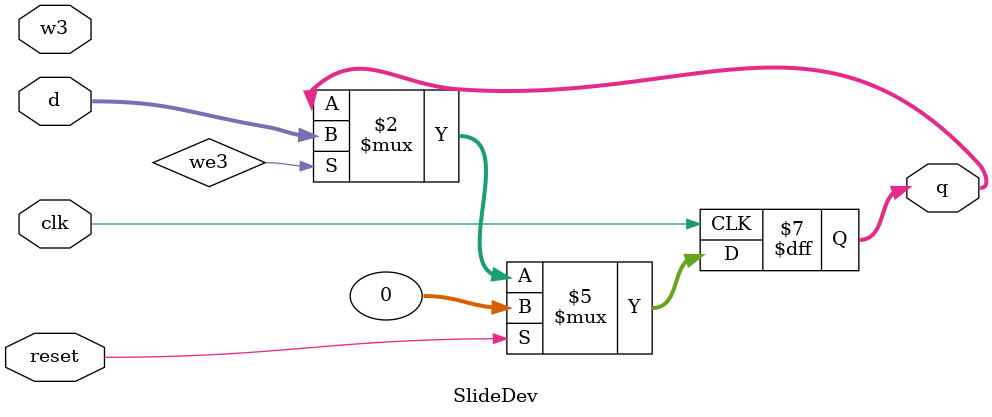
<source format=v>
`timescale 1ns / 1ps

module SlideDev(
		input wire clk, reset, w3, 
		input wire [31:0]d,
		output reg [31:0]q 
);
	always@(posedge clk) begin 
		if(reset) begin
			q<=32'd0;
		end else begin 
			if(we3) begin
				q<=d;				
			end 
		end
	end 
endmodule 

</source>
